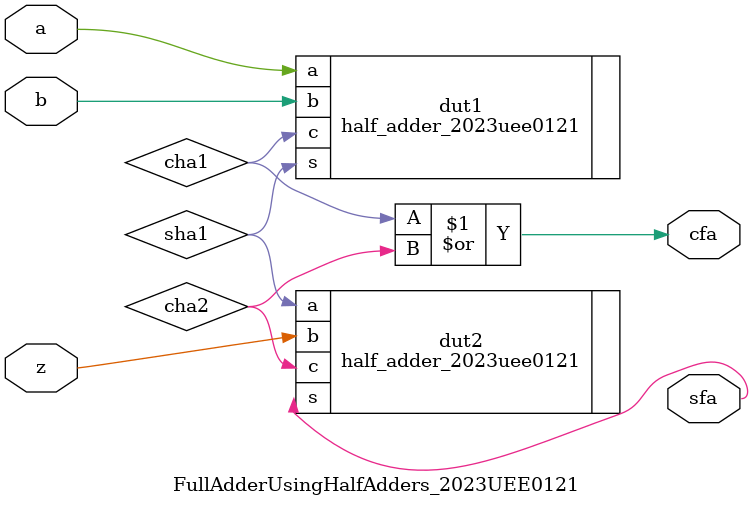
<source format=v>
`timescale 1ns / 1ps


module FullAdderUsingHalfAdders_2023UEE0121(input a,b,z, output sfa,cfa);
wire cha1, cha2, sha1;
half_adder_2023uee0121 dut1 (.a(a) , .b(b), .c(cha1), .s(sha1));
half_adder_2023uee0121 dut2 (.a(sha1) , .b(z), .c(cha2), .s(sfa));
assign cfa = cha1 | cha2;
endmodule
</source>
